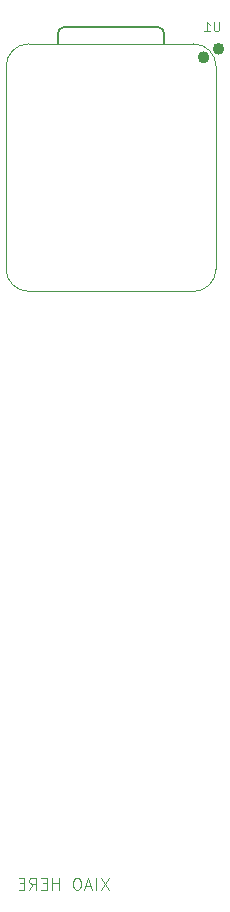
<source format=gbr>
%TF.GenerationSoftware,KiCad,Pcbnew,9.0.7*%
%TF.CreationDate,2026-01-31T21:14:52+02:00*%
%TF.ProjectId,Hackpad,4861636b-7061-4642-9e6b-696361645f70,rev?*%
%TF.SameCoordinates,Original*%
%TF.FileFunction,Legend,Bot*%
%TF.FilePolarity,Positive*%
%FSLAX46Y46*%
G04 Gerber Fmt 4.6, Leading zero omitted, Abs format (unit mm)*
G04 Created by KiCad (PCBNEW 9.0.7) date 2026-01-31 21:14:52*
%MOMM*%
%LPD*%
G01*
G04 APERTURE LIST*
%ADD10C,0.100000*%
%ADD11C,0.106680*%
%ADD12C,0.127000*%
%ADD13C,0.504000*%
G04 APERTURE END LIST*
D10*
X66000853Y-100912419D02*
X65334187Y-101912419D01*
X65334187Y-100912419D02*
X66000853Y-101912419D01*
X64953234Y-101912419D02*
X64953234Y-100912419D01*
X64524663Y-101626704D02*
X64048473Y-101626704D01*
X64619901Y-101912419D02*
X64286568Y-100912419D01*
X64286568Y-100912419D02*
X63953235Y-101912419D01*
X63429425Y-100912419D02*
X63238949Y-100912419D01*
X63238949Y-100912419D02*
X63143711Y-100960038D01*
X63143711Y-100960038D02*
X63048473Y-101055276D01*
X63048473Y-101055276D02*
X63000854Y-101245752D01*
X63000854Y-101245752D02*
X63000854Y-101579085D01*
X63000854Y-101579085D02*
X63048473Y-101769561D01*
X63048473Y-101769561D02*
X63143711Y-101864800D01*
X63143711Y-101864800D02*
X63238949Y-101912419D01*
X63238949Y-101912419D02*
X63429425Y-101912419D01*
X63429425Y-101912419D02*
X63524663Y-101864800D01*
X63524663Y-101864800D02*
X63619901Y-101769561D01*
X63619901Y-101769561D02*
X63667520Y-101579085D01*
X63667520Y-101579085D02*
X63667520Y-101245752D01*
X63667520Y-101245752D02*
X63619901Y-101055276D01*
X63619901Y-101055276D02*
X63524663Y-100960038D01*
X63524663Y-100960038D02*
X63429425Y-100912419D01*
X61810377Y-101912419D02*
X61810377Y-100912419D01*
X61810377Y-101388609D02*
X61238949Y-101388609D01*
X61238949Y-101912419D02*
X61238949Y-100912419D01*
X60762758Y-101388609D02*
X60429425Y-101388609D01*
X60286568Y-101912419D02*
X60762758Y-101912419D01*
X60762758Y-101912419D02*
X60762758Y-100912419D01*
X60762758Y-100912419D02*
X60286568Y-100912419D01*
X59286568Y-101912419D02*
X59619901Y-101436228D01*
X59857996Y-101912419D02*
X59857996Y-100912419D01*
X59857996Y-100912419D02*
X59477044Y-100912419D01*
X59477044Y-100912419D02*
X59381806Y-100960038D01*
X59381806Y-100960038D02*
X59334187Y-101007657D01*
X59334187Y-101007657D02*
X59286568Y-101102895D01*
X59286568Y-101102895D02*
X59286568Y-101245752D01*
X59286568Y-101245752D02*
X59334187Y-101340990D01*
X59334187Y-101340990D02*
X59381806Y-101388609D01*
X59381806Y-101388609D02*
X59477044Y-101436228D01*
X59477044Y-101436228D02*
X59857996Y-101436228D01*
X58857996Y-101388609D02*
X58524663Y-101388609D01*
X58381806Y-101912419D02*
X58857996Y-101912419D01*
X58857996Y-101912419D02*
X58857996Y-100912419D01*
X58857996Y-100912419D02*
X58381806Y-100912419D01*
D11*
X75343049Y-28456641D02*
X75343049Y-29089948D01*
X75343049Y-29089948D02*
X75305796Y-29164454D01*
X75305796Y-29164454D02*
X75268542Y-29201708D01*
X75268542Y-29201708D02*
X75194036Y-29238961D01*
X75194036Y-29238961D02*
X75045022Y-29238961D01*
X75045022Y-29238961D02*
X74970516Y-29201708D01*
X74970516Y-29201708D02*
X74933262Y-29164454D01*
X74933262Y-29164454D02*
X74896009Y-29089948D01*
X74896009Y-29089948D02*
X74896009Y-28456641D01*
X74113689Y-29238961D02*
X74560729Y-29238961D01*
X74337209Y-29238961D02*
X74337209Y-28456641D01*
X74337209Y-28456641D02*
X74411716Y-28568401D01*
X74411716Y-28568401D02*
X74486223Y-28642908D01*
X74486223Y-28642908D02*
X74560729Y-28680161D01*
D10*
%TO.C,U1*%
X57319500Y-49353250D02*
X57319500Y-32208250D01*
X59224500Y-30303250D02*
X73194500Y-30303250D01*
D12*
X61705500Y-29393250D02*
X61705500Y-30303250D01*
X70200772Y-28893250D02*
X62205500Y-28893250D01*
X70704500Y-30303250D02*
X70700772Y-29392978D01*
D10*
X73194500Y-51258250D02*
X59224500Y-51258250D01*
X75099500Y-49353250D02*
X75099500Y-32208250D01*
X57319500Y-32208250D02*
G75*
G02*
X59224500Y-30303250I1905000J0D01*
G01*
X59224500Y-51258250D02*
G75*
G02*
X57319500Y-49353250I0J1905000D01*
G01*
D12*
X61705500Y-29393250D02*
G75*
G02*
X62205500Y-28893250I500000J0D01*
G01*
X70200772Y-28893250D02*
G75*
G02*
X70700773Y-29392978I-18J-500019D01*
G01*
D10*
X73194500Y-30299250D02*
G75*
G02*
X75099500Y-32204250I-1J-1905001D01*
G01*
X75099500Y-49353250D02*
G75*
G02*
X73194500Y-51258250I-1905001J1D01*
G01*
D13*
X74287500Y-31436250D02*
G75*
G02*
X73783500Y-31436250I-252000J0D01*
G01*
X73783500Y-31436250D02*
G75*
G02*
X74287500Y-31436250I252000J0D01*
G01*
X75561500Y-30719250D02*
G75*
G02*
X75057500Y-30719250I-252000J0D01*
G01*
X75057500Y-30719250D02*
G75*
G02*
X75561500Y-30719250I252000J0D01*
G01*
%TD*%
M02*

</source>
